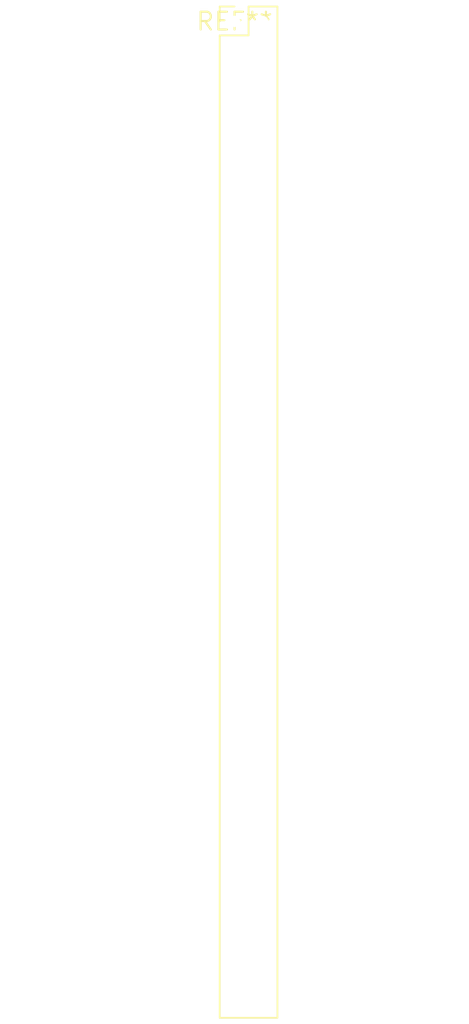
<source format=kicad_pcb>
(kicad_pcb (version 20240108) (generator pcbnew)
  (layers (0 "F.Cu" signal) (31 "B.Cu" signal) (34 "B.Paste" user) (35 "F.Paste" user) (36 "B.SilkS" user "B.Silkscreen") (37 "F.SilkS" user "F.Silkscreen") (38 "B.Mask" user) (39 "F.Mask" user) (44 "Edge.Cuts" user))
  (net 0 "")
  (footprint "PinHeader_2x36_P2.00mm_Vertical" (layer "F.Cu") (at 0 0)
    (property "Reference" "REF**")
    (property "Value" "PinHeader_2x36_P2.00mm_Vertical")
    (fp_line (start -1.06 -1.06) (end 0 -1.06) (layer "F.SilkS") (stroke (width 0.12)))
    (fp_line (start -1.06 0) (end -1.06 -1.06) (layer "F.SilkS") (stroke (width 0.12)))
    (fp_line (start -1.06 1) (end -1.06 71.06) (layer "F.SilkS") (stroke (width 0.12)))
    (fp_line (start -1.06 1) (end 1 1) (layer "F.SilkS") (stroke (width 0.12)))
    (fp_line (start -1.06 71.06) (end 3.06 71.06) (layer "F.SilkS") (stroke (width 0.12)))
    (fp_line (start 1 -1.06) (end 3.06 -1.06) (layer "F.SilkS") (stroke (width 0.12)))
    (fp_line (start 1 1) (end 1 -1.06) (layer "F.SilkS") (stroke (width 0.12)))
    (fp_line (start 3.06 -1.06) (end 3.06 71.06) (layer "F.SilkS") (stroke (width 0.12)))
    (pad "1" thru_hole rect (at 0 0) (size 1.35 1.35) (drill 0.8) (layers *.Cu *.Mask) (remove_unused_layers))
    (pad "2" thru_hole oval (at 2 0) (size 1.35 1.35) (drill 0.8) (layers *.Cu *.Mask) (remove_unused_layers))
    (pad "3" thru_hole oval (at 0 2) (size 1.35 1.35) (drill 0.8) (layers *.Cu *.Mask) (remove_unused_layers))
    (pad "4" thru_hole oval (at 2 2) (size 1.35 1.35) (drill 0.8) (layers *.Cu *.Mask) (remove_unused_layers))
    (pad "5" thru_hole oval (at 0 4) (size 1.35 1.35) (drill 0.8) (layers *.Cu *.Mask) (remove_unused_layers))
    (pad "6" thru_hole oval (at 2 4) (size 1.35 1.35) (drill 0.8) (layers *.Cu *.Mask) (remove_unused_layers))
    (pad "7" thru_hole oval (at 0 6) (size 1.35 1.35) (drill 0.8) (layers *.Cu *.Mask) (remove_unused_layers))
    (pad "8" thru_hole oval (at 2 6) (size 1.35 1.35) (drill 0.8) (layers *.Cu *.Mask) (remove_unused_layers))
    (pad "9" thru_hole oval (at 0 8) (size 1.35 1.35) (drill 0.8) (layers *.Cu *.Mask) (remove_unused_layers))
    (pad "10" thru_hole oval (at 2 8) (size 1.35 1.35) (drill 0.8) (layers *.Cu *.Mask) (remove_unused_layers))
    (pad "11" thru_hole oval (at 0 10) (size 1.35 1.35) (drill 0.8) (layers *.Cu *.Mask) (remove_unused_layers))
    (pad "12" thru_hole oval (at 2 10) (size 1.35 1.35) (drill 0.8) (layers *.Cu *.Mask) (remove_unused_layers))
    (pad "13" thru_hole oval (at 0 12) (size 1.35 1.35) (drill 0.8) (layers *.Cu *.Mask) (remove_unused_layers))
    (pad "14" thru_hole oval (at 2 12) (size 1.35 1.35) (drill 0.8) (layers *.Cu *.Mask) (remove_unused_layers))
    (pad "15" thru_hole oval (at 0 14) (size 1.35 1.35) (drill 0.8) (layers *.Cu *.Mask) (remove_unused_layers))
    (pad "16" thru_hole oval (at 2 14) (size 1.35 1.35) (drill 0.8) (layers *.Cu *.Mask) (remove_unused_layers))
    (pad "17" thru_hole oval (at 0 16) (size 1.35 1.35) (drill 0.8) (layers *.Cu *.Mask) (remove_unused_layers))
    (pad "18" thru_hole oval (at 2 16) (size 1.35 1.35) (drill 0.8) (layers *.Cu *.Mask) (remove_unused_layers))
    (pad "19" thru_hole oval (at 0 18) (size 1.35 1.35) (drill 0.8) (layers *.Cu *.Mask) (remove_unused_layers))
    (pad "20" thru_hole oval (at 2 18) (size 1.35 1.35) (drill 0.8) (layers *.Cu *.Mask) (remove_unused_layers))
    (pad "21" thru_hole oval (at 0 20) (size 1.35 1.35) (drill 0.8) (layers *.Cu *.Mask) (remove_unused_layers))
    (pad "22" thru_hole oval (at 2 20) (size 1.35 1.35) (drill 0.8) (layers *.Cu *.Mask) (remove_unused_layers))
    (pad "23" thru_hole oval (at 0 22) (size 1.35 1.35) (drill 0.8) (layers *.Cu *.Mask) (remove_unused_layers))
    (pad "24" thru_hole oval (at 2 22) (size 1.35 1.35) (drill 0.8) (layers *.Cu *.Mask) (remove_unused_layers))
    (pad "25" thru_hole oval (at 0 24) (size 1.35 1.35) (drill 0.8) (layers *.Cu *.Mask) (remove_unused_layers))
    (pad "26" thru_hole oval (at 2 24) (size 1.35 1.35) (drill 0.8) (layers *.Cu *.Mask) (remove_unused_layers))
    (pad "27" thru_hole oval (at 0 26) (size 1.35 1.35) (drill 0.8) (layers *.Cu *.Mask) (remove_unused_layers))
    (pad "28" thru_hole oval (at 2 26) (size 1.35 1.35) (drill 0.8) (layers *.Cu *.Mask) (remove_unused_layers))
    (pad "29" thru_hole oval (at 0 28) (size 1.35 1.35) (drill 0.8) (layers *.Cu *.Mask) (remove_unused_layers))
    (pad "30" thru_hole oval (at 2 28) (size 1.35 1.35) (drill 0.8) (layers *.Cu *.Mask) (remove_unused_layers))
    (pad "31" thru_hole oval (at 0 30) (size 1.35 1.35) (drill 0.8) (layers *.Cu *.Mask) (remove_unused_layers))
    (pad "32" thru_hole oval (at 2 30) (size 1.35 1.35) (drill 0.8) (layers *.Cu *.Mask) (remove_unused_layers))
    (pad "33" thru_hole oval (at 0 32) (size 1.35 1.35) (drill 0.8) (layers *.Cu *.Mask) (remove_unused_layers))
    (pad "34" thru_hole oval (at 2 32) (size 1.35 1.35) (drill 0.8) (layers *.Cu *.Mask) (remove_unused_layers))
    (pad "35" thru_hole oval (at 0 34) (size 1.35 1.35) (drill 0.8) (layers *.Cu *.Mask) (remove_unused_layers))
    (pad "36" thru_hole oval (at 2 34) (size 1.35 1.35) (drill 0.8) (layers *.Cu *.Mask) (remove_unused_layers))
    (pad "37" thru_hole oval (at 0 36) (size 1.35 1.35) (drill 0.8) (layers *.Cu *.Mask) (remove_unused_layers))
    (pad "38" thru_hole oval (at 2 36) (size 1.35 1.35) (drill 0.8) (layers *.Cu *.Mask) (remove_unused_layers))
    (pad "39" thru_hole oval (at 0 38) (size 1.35 1.35) (drill 0.8) (layers *.Cu *.Mask) (remove_unused_layers))
    (pad "40" thru_hole oval (at 2 38) (size 1.35 1.35) (drill 0.8) (layers *.Cu *.Mask) (remove_unused_layers))
    (pad "41" thru_hole oval (at 0 40) (size 1.35 1.35) (drill 0.8) (layers *.Cu *.Mask) (remove_unused_layers))
    (pad "42" thru_hole oval (at 2 40) (size 1.35 1.35) (drill 0.8) (layers *.Cu *.Mask) (remove_unused_layers))
    (pad "43" thru_hole oval (at 0 42) (size 1.35 1.35) (drill 0.8) (layers *.Cu *.Mask) (remove_unused_layers))
    (pad "44" thru_hole oval (at 2 42) (size 1.35 1.35) (drill 0.8) (layers *.Cu *.Mask) (remove_unused_layers))
    (pad "45" thru_hole oval (at 0 44) (size 1.35 1.35) (drill 0.8) (layers *.Cu *.Mask) (remove_unused_layers))
    (pad "46" thru_hole oval (at 2 44) (size 1.35 1.35) (drill 0.8) (layers *.Cu *.Mask) (remove_unused_layers))
    (pad "47" thru_hole oval (at 0 46) (size 1.35 1.35) (drill 0.8) (layers *.Cu *.Mask) (remove_unused_layers))
    (pad "48" thru_hole oval (at 2 46) (size 1.35 1.35) (drill 0.8) (layers *.Cu *.Mask) (remove_unused_layers))
    (pad "49" thru_hole oval (at 0 48) (size 1.35 1.35) (drill 0.8) (layers *.Cu *.Mask) (remove_unused_layers))
    (pad "50" thru_hole oval (at 2 48) (size 1.35 1.35) (drill 0.8) (layers *.Cu *.Mask) (remove_unused_layers))
    (pad "51" thru_hole oval (at 0 50) (size 1.35 1.35) (drill 0.8) (layers *.Cu *.Mask) (remove_unused_layers))
    (pad "52" thru_hole oval (at 2 50) (size 1.35 1.35) (drill 0.8) (layers *.Cu *.Mask) (remove_unused_layers))
    (pad "53" thru_hole oval (at 0 52) (size 1.35 1.35) (drill 0.8) (layers *.Cu *.Mask) (remove_unused_layers))
    (pad "54" thru_hole oval (at 2 52) (size 1.35 1.35) (drill 0.8) (layers *.Cu *.Mask) (remove_unused_layers))
    (pad "55" thru_hole oval (at 0 54) (size 1.35 1.35) (drill 0.8) (layers *.Cu *.Mask) (remove_unused_layers))
    (pad "56" thru_hole oval (at 2 54) (size 1.35 1.35) (drill 0.8) (layers *.Cu *.Mask) (remove_unused_layers))
    (pad "57" thru_hole oval (at 0 56) (size 1.35 1.35) (drill 0.8) (layers *.Cu *.Mask) (remove_unused_layers))
    (pad "58" thru_hole oval (at 2 56) (size 1.35 1.35) (drill 0.8) (layers *.Cu *.Mask) (remove_unused_layers))
    (pad "59" thru_hole oval (at 0 58) (size 1.35 1.35) (drill 0.8) (layers *.Cu *.Mask) (remove_unused_layers))
    (pad "60" thru_hole oval (at 2 58) (size 1.35 1.35) (drill 0.8) (layers *.Cu *.Mask) (remove_unused_layers))
    (pad "61" thru_hole oval (at 0 60) (size 1.35 1.35) (drill 0.8) (layers *.Cu *.Mask) (remove_unused_layers))
    (pad "62" thru_hole oval (at 2 60) (size 1.35 1.35) (drill 0.8) (layers *.Cu *.Mask) (remove_unused_layers))
    (pad "63" thru_hole oval (at 0 62) (size 1.35 1.35) (drill 0.8) (layers *.Cu *.Mask) (remove_unused_layers))
    (pad "64" thru_hole oval (at 2 62) (size 1.35 1.35) (drill 0.8) (layers *.Cu *.Mask) (remove_unused_layers))
    (pad "65" thru_hole oval (at 0 64) (size 1.35 1.35) (drill 0.8) (layers *.Cu *.Mask) (remove_unused_layers))
    (pad "66" thru_hole oval (at 2 64) (size 1.35 1.35) (drill 0.8) (layers *.Cu *.Mask) (remove_unused_layers))
    (pad "67" thru_hole oval (at 0 66) (size 1.35 1.35) (drill 0.8) (layers *.Cu *.Mask) (remove_unused_layers))
    (pad "68" thru_hole oval (at 2 66) (size 1.35 1.35) (drill 0.8) (layers *.Cu *.Mask) (remove_unused_layers))
    (pad "69" thru_hole oval (at 0 68) (size 1.35 1.35) (drill 0.8) (layers *.Cu *.Mask) (remove_unused_layers))
    (pad "70" thru_hole oval (at 2 68) (size 1.35 1.35) (drill 0.8) (layers *.Cu *.Mask) (remove_unused_layers))
    (pad "71" thru_hole oval (at 0 70) (size 1.35 1.35) (drill 0.8) (layers *.Cu *.Mask) (remove_unused_layers))
    (pad "72" thru_hole oval (at 2 70) (size 1.35 1.35) (drill 0.8) (layers *.Cu *.Mask) (remove_unused_layers))
  )
)
</source>
